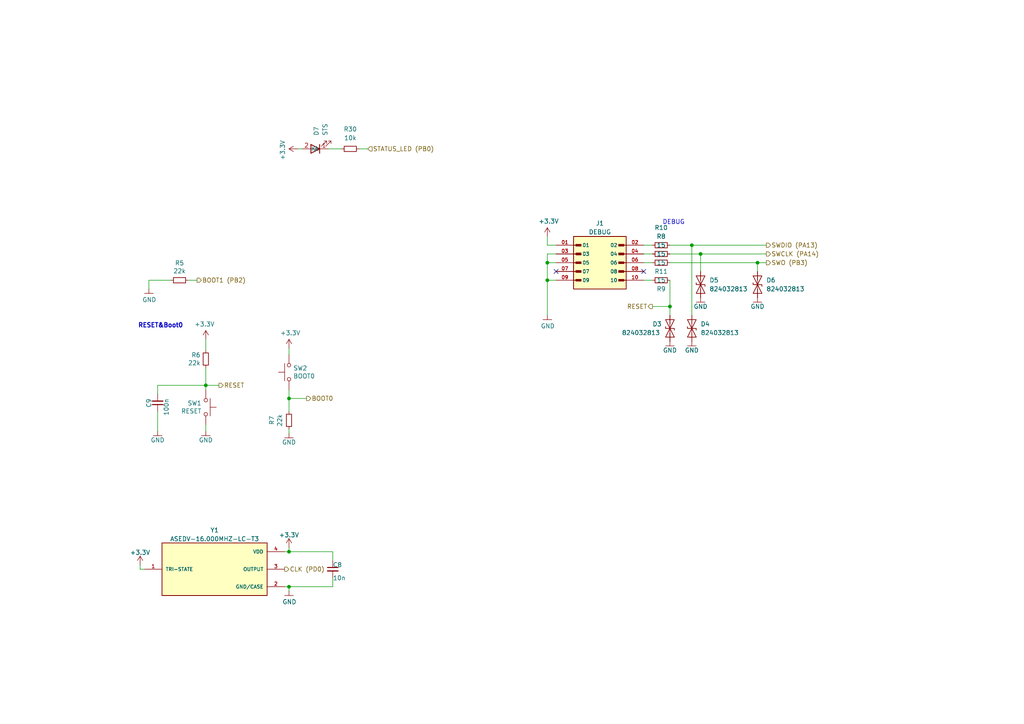
<source format=kicad_sch>
(kicad_sch (version 20230121) (generator eeschema)
  (paper "A4")
  (lib_symbols
    (symbol "CTM:GND" (power) (pin_names (offset 0))
      (property "Value" "GND" (at 0 -2.286 0))
      (symbol "GND_0_1"
        (polyline (pts (xy 0 0) (xy 0 -1.27) (xy -1.27 -1.27) (xy 1.27 -1.27) (xy 0 -1.27)))
      )
      (symbol "GND_1_1"
        (pin power_in line (at 0 0 270) (length 0) hide (name "GND") (number "1"))
      )
    )
    (symbol "CTM:R_Small" (pin_numbers hide) (pin_names (offset 0.254) hide)
      (property "Reference" "R" (at 0.762 0.508 0))
      (property "Value" "R_Small" (at 0.762 -1.016 0))
      (symbol "R_Small_0_1"
        (rectangle (start -0.762 1.778) (end 0.762 -1.778) (stroke (width 0.2032)))
      )
      (symbol "R_Small_1_1"
        (pin passive line (at 0 2.54 270) (length 0.762) (name "~") (number "1"))
        (pin passive line (at 0 -2.54 90) (length 0.762) (name "~") (number "2"))
      )
    )
    (symbol "Device:C_Small" (pin_numbers hide) (pin_names (offset 0.254) hide)
      (property "Reference" "C" (at 0.254 1.778 0))
      (property "Value" "C_Small" (at 0.254 -2.032 0))
      (symbol "C_Small_0_1"
        (polyline (pts (xy -1.524 -0.508) (xy 1.524 -0.508)) (stroke (width 0.3302)))
        (polyline (pts (xy -1.524 0.508) (xy 1.524 0.508)) (stroke (width 0.3048)))
      )
      (symbol "C_Small_1_1"
        (pin passive line (at 0 2.54 270) (length 2.032) (name "~") (number "1"))
        (pin passive line (at 0 -2.54 90) (length 2.032) (name "~") (number "2"))
      )
    )
    (symbol "Device:R_Small" (pin_numbers hide) (pin_names (offset 0.254) hide)
      (property "Reference" "R" (at 0.762 0.508 0))
      (property "Value" "R_Small" (at 0.762 -1.016 0))
      (symbol "R_Small_0_1"
        (rectangle (start -0.762 1.778) (end 0.762 -1.778) (stroke (width 0.2032)))
      )
      (symbol "R_Small_1_1"
        (pin passive line (at 0 2.54 270) (length 0.762) (name "~") (number "1"))
        (pin passive line (at 0 -2.54 90) (length 0.762) (name "~") (number "2"))
      )
    )
    (symbol "Switch:SW_Push" (pin_numbers hide) (pin_names (offset 1.016) hide)
      (property "Reference" "SW" (at 1.27 2.54 0))
      (property "Value" "SW_Push" (at 0 -1.524 0))
      (symbol "SW_Push_0_1"
        (circle (center -2.032 0) (radius 0.508))
        (polyline (pts (xy 0 1.27) (xy 0 3.048)))
        (polyline (pts (xy 2.54 1.27) (xy -2.54 1.27)))
        (circle (center 2.032 0) (radius 0.508))
        (pin passive line (at -5.08 0 0) (length 2.54) (name "1") (number "1"))
        (pin passive line (at 5.08 0 180) (length 2.54) (name "2") (number "2"))
      )
    )
    (symbol "ctm:62701020621" (pin_names (offset 2.5))
      (property "Reference" "J" (at -8.12 7.62 0))
      (property "Value" "62701020621" (at -7.62 -10.16 0))
      (symbol "62701020621_0_0"
        (rectangle (start -7.62 -7.62) (end 7.62 7.62) (stroke (width 0.254)) (fill (type background)))
        (rectangle (start -6.985 -5.3975) (end -5.3975 -4.7625) (stroke (width 0.1)) (fill (type outline)))
        (rectangle (start -6.985 -2.8575) (end -5.3975 -2.2225) (stroke (width 0.1)) (fill (type outline)))
        (rectangle (start -6.985 -0.3175) (end -5.3975 0.3175) (stroke (width 0.1)) (fill (type outline)))
        (rectangle (start -6.985 2.2225) (end -5.3975 2.8575) (stroke (width 0.1)) (fill (type outline)))
        (rectangle (start -6.985 4.7625) (end -5.3975 5.3975) (stroke (width 0.1)) (fill (type outline)))
        (polyline (pts (xy -7.62 -5.08) (xy -5.715 -5.08)) (stroke (width 0.254)))
        (polyline (pts (xy -7.62 -2.54) (xy -5.715 -2.54)) (stroke (width 0.254)))
        (polyline (pts (xy -7.62 0) (xy -5.715 0)) (stroke (width 0.254)))
        (polyline (pts (xy -7.62 2.54) (xy -5.715 2.54)) (stroke (width 0.254)))
        (polyline (pts (xy -7.62 5.08) (xy -5.715 5.08)) (stroke (width 0.254)))
        (polyline (pts (xy 7.62 -5.08) (xy 5.715 -5.08)) (stroke (width 0.254)))
        (polyline (pts (xy 7.62 -2.54) (xy 5.715 -2.54)) (stroke (width 0.254)))
        (polyline (pts (xy 7.62 0) (xy 5.715 0)) (stroke (width 0.254)))
        (polyline (pts (xy 7.62 2.54) (xy 5.715 2.54)) (stroke (width 0.254)))
        (polyline (pts (xy 7.62 5.08) (xy 5.715 5.08)) (stroke (width 0.254)))
        (rectangle (start 6.985 -5.3975) (end 5.3975 -4.7625) (stroke (width 0.1)) (fill (type outline)))
        (rectangle (start 6.985 -2.8575) (end 5.3975 -2.2225) (stroke (width 0.1)) (fill (type outline)))
        (rectangle (start 6.985 -0.3175) (end 5.3975 0.3175) (stroke (width 0.1)) (fill (type outline)))
        (rectangle (start 6.985 2.2225) (end 5.3975 2.8575) (stroke (width 0.1)) (fill (type outline)))
        (rectangle (start 6.985 4.7625) (end 5.3975 5.3975) (stroke (width 0.1)) (fill (type outline)))
        (pin passive line (at -12.7 5.08 0) (length 5.08) (name "01") (number "01"))
        (pin passive line (at 12.7 5.08 180) (length 5.08) (name "02") (number "02"))
        (pin passive line (at -12.7 2.54 0) (length 5.08) (name "03") (number "03"))
        (pin passive line (at 12.7 2.54 180) (length 5.08) (name "04") (number "04"))
        (pin passive line (at -12.7 0 0) (length 5.08) (name "05") (number "05"))
        (pin passive line (at 12.7 0 180) (length 5.08) (name "06") (number "06"))
        (pin passive line (at -12.7 -2.54 0) (length 5.08) (name "07") (number "07"))
        (pin passive line (at 12.7 -2.54 180) (length 5.08) (name "08") (number "08"))
        (pin passive line (at -12.7 -5.08 0) (length 5.08) (name "09") (number "09"))
        (pin passive line (at 12.7 -5.08 180) (length 5.08) (name "10") (number "10"))
      )
    )
    (symbol "ctm:824032813" (pin_numbers hide) (pin_names (offset 1.016) hide)
      (property "Reference" "D" (at 0 2.54 0))
      (property "Value" "824032813" (at 0 -2.54 0))
      (symbol "824032813_0_1"
        (polyline (pts (xy 1.27 0) (xy -1.27 0)))
        (polyline (pts (xy -2.54 -1.27) (xy 0 0) (xy -2.54 1.27) (xy -2.54 -1.27)) (stroke (width 0.2032)))
        (polyline (pts (xy 0.508 1.27) (xy 0 1.27) (xy 0 -1.27) (xy -0.508 -1.27)) (stroke (width 0.2032)))
        (polyline (pts (xy 2.54 1.27) (xy 2.54 -1.27) (xy 0 0) (xy 2.54 1.27)) (stroke (width 0.2032)))
      )
      (symbol "824032813_1_1"
        (pin passive line (at -3.81 0 0) (length 2.54) (name "A1") (number "1"))
        (pin passive line (at 3.81 0 180) (length 2.54) (name "A2") (number "2"))
      )
    )
    (symbol "ctm:ASEDV-16.000MHZ-LC-T3" (pin_names (offset 1.016))
      (property "Reference" "Y" (at -15.24 8.128 0))
      (property "Value" "ASEDV-16.000MHZ-LC-T3" (at -15.24 -10.16 0))
      (symbol "ASEDV-16.000MHZ-LC-T3_0_0"
        (rectangle (start -15.24 -7.62) (end 15.24 7.62) (stroke (width 0.254)) (fill (type background)))
        (pin passive line (at -20.32 0 0) (length 5.08) (name "TRI-STATE") (number "1"))
        (pin passive line (at 20.32 -5.08 180) (length 5.08) (name "GND/CASE") (number "2"))
        (pin output line (at 20.32 0 180) (length 5.08) (name "OUTPUT") (number "3"))
        (pin power_in line (at 20.32 5.08 180) (length 5.08) (name "VDD") (number "4"))
      )
    )
    (symbol "ctm:GND" (power) (pin_names (offset 0))
      (property "Value" "GND" (at 0 -2.286 0))
      (symbol "GND_0_1"
        (polyline (pts (xy 0 0) (xy 0 -1.27) (xy -1.27 -1.27) (xy 1.27 -1.27) (xy 0 -1.27)))
      )
      (symbol "GND_1_1"
        (pin power_in line (at 0 0 270) (length 0) hide (name "GND") (number "1"))
      )
    )
    (symbol "ctm:LED_Wuerth_Green" (pin_names (offset 1.016))
      (property "Reference" "D" (at 0 0 0))
      (property "Value" "LED_Wuerth_Green" (at 0 0 0))
      (symbol "LED_Wuerth_Green_1_1"
        (polyline (pts (xy -1.27 -3.81) (xy -1.27 -1.27)) (stroke (width 0.254)))
        (polyline (pts (xy -1.27 -2.54) (xy 1.27 -2.54)))
        (polyline (pts (xy 1.27 -3.81) (xy 1.27 -1.27) (xy -1.27 -2.54) (xy 1.27 -3.81)) (stroke (width 0.254)))
        (polyline (pts (xy -3.048 -3.302) (xy -4.572 -4.826) (xy -3.81 -4.826) (xy -4.572 -4.826) (xy -4.572 -4.064)))
        (polyline (pts (xy -1.778 -3.302) (xy -3.302 -4.826) (xy -2.54 -4.826) (xy -3.302 -4.826) (xy -3.302 -4.064)))
        (pin passive line (at -3.81 -2.54 0) (length 2.54) (name "K") (number "1"))
        (pin passive line (at 3.81 -2.54 180) (length 2.54) (name "A") (number "2"))
      )
    )
    (symbol "ctm:R_Small" (pin_numbers hide) (pin_names (offset 0.254) hide)
      (property "Reference" "R" (at 0.762 0.508 0))
      (property "Value" "R_Small" (at 0.762 -1.016 0))
      (symbol "R_Small_0_1"
        (rectangle (start -0.762 1.778) (end 0.762 -1.778) (stroke (width 0.2032)))
      )
      (symbol "R_Small_1_1"
        (pin passive line (at 0 2.54 270) (length 0.762) (name "~") (number "1"))
        (pin passive line (at 0 -2.54 90) (length 0.762) (name "~") (number "2"))
      )
    )
    (symbol "power:+3.3V" (power) (pin_names (offset 0))
      (property "Value" "+3.3V" (at 0 3.556 0))
      (symbol "+3.3V_0_1"
        (polyline (pts (xy -0.762 1.27) (xy 0 2.54)))
        (polyline (pts (xy 0 0) (xy 0 2.54)))
        (polyline (pts (xy 0 2.54) (xy 0.762 1.27)))
      )
      (symbol "+3.3V_1_1"
        (pin power_in line (at 0 0 90) (length 0) hide (name "+3.3V") (number "1"))
      )
    )
  )
  (junction (at 203.2 73.66))
  (junction (at 219.71 76.2))
  (junction (at 158.75 81.28))
  (junction (at 83.82 160.02))
  (junction (at 83.82 170.18))
  (junction (at 194.31 88.9))
  (junction (at 83.82 115.57))
  (junction (at 59.69 111.76))
  (junction (at 158.75 76.2))
  (junction (at 200.66 71.12))
  (no_connect (at 161.29 78.74))
  (no_connect (at 186.69 78.74))
  (wire (pts (xy 189.23 71.12) (xy 186.69 71.12)))
  (wire (pts (xy 203.2 73.66) (xy 194.31 73.66)))
  (wire (pts (xy 96.52 160.02) (xy 96.52 162.56)))
  (wire (pts (xy 219.71 76.2) (xy 219.71 78.74)))
  (wire (pts (xy 200.66 71.12) (xy 200.66 91.44)))
  (wire (pts (xy 82.55 160.02) (xy 83.82 160.02)))
  (wire (pts (xy 40.64 163.83) (xy 40.64 165.1)))
  (wire (pts (xy 158.75 91.44) (xy 158.75 81.28)))
  (wire (pts (xy 96.52 170.18) (xy 83.82 170.18)))
  (wire (pts (xy 43.18 81.28) (xy 43.18 83.82)))
  (wire (pts (xy 194.31 71.12) (xy 200.66 71.12)))
  (wire (pts (xy 194.31 76.2) (xy 219.71 76.2)))
  (wire (pts (xy 83.82 170.18) (xy 83.82 171.45)))
  (wire (pts (xy 158.75 76.2) (xy 161.29 76.2)))
  (wire (pts (xy 40.64 165.1) (xy 41.91 165.1)))
  (wire (pts (xy 189.23 81.28) (xy 186.69 81.28)))
  (wire (pts (xy 189.23 88.9) (xy 194.31 88.9)))
  (wire (pts (xy 83.82 100.965) (xy 83.82 102.87)))
  (wire (pts (xy 95.25 43.18) (xy 99.06 43.18)))
  (wire (pts (xy 219.71 76.2) (xy 222.25 76.2)))
  (wire (pts (xy 158.75 68.58) (xy 158.75 71.12)))
  (wire (pts (xy 194.31 88.9) (xy 194.31 81.28)))
  (wire (pts (xy 83.82 160.02) (xy 96.52 160.02)))
  (wire (pts (xy 59.69 125.095) (xy 59.69 123.19)))
  (wire (pts (xy 158.75 81.28) (xy 158.75 76.2)))
  (wire (pts (xy 83.82 113.03) (xy 83.82 115.57)))
  (wire (pts (xy 86.36 43.18) (xy 87.63 43.18)))
  (wire (pts (xy 54.61 81.28) (xy 57.15 81.28)))
  (wire (pts (xy 104.14 43.18) (xy 106.68 43.18)))
  (wire (pts (xy 45.72 125.095) (xy 45.72 119.38)))
  (wire (pts (xy 158.75 73.66) (xy 158.75 76.2)))
  (wire (pts (xy 49.53 81.28) (xy 43.18 81.28)))
  (wire (pts (xy 194.31 91.44) (xy 194.31 88.9)))
  (wire (pts (xy 158.75 71.12) (xy 161.29 71.12)))
  (wire (pts (xy 59.69 106.68) (xy 59.69 111.76)))
  (wire (pts (xy 59.69 111.76) (xy 63.5 111.76)))
  (wire (pts (xy 83.82 115.57) (xy 88.9 115.57)))
  (wire (pts (xy 83.82 124.46) (xy 83.82 125.73)))
  (wire (pts (xy 59.69 111.76) (xy 59.69 113.03)))
  (wire (pts (xy 59.69 98.425) (xy 59.69 101.6)))
  (wire (pts (xy 161.29 73.66) (xy 158.75 73.66)))
  (wire (pts (xy 83.82 115.57) (xy 83.82 119.38)))
  (wire (pts (xy 82.55 170.18) (xy 83.82 170.18)))
  (wire (pts (xy 83.82 160.02) (xy 83.82 158.75)))
  (wire (pts (xy 203.2 73.66) (xy 203.2 78.74)))
  (wire (pts (xy 59.69 111.76) (xy 45.72 111.76)))
  (wire (pts (xy 158.75 81.28) (xy 161.29 81.28)))
  (wire (pts (xy 189.23 73.66) (xy 186.69 73.66)))
  (wire (pts (xy 96.52 167.64) (xy 96.52 170.18)))
  (wire (pts (xy 203.2 73.66) (xy 222.25 73.66)))
  (wire (pts (xy 189.23 76.2) (xy 186.69 76.2)))
  (wire (pts (xy 45.72 114.3) (xy 45.72 111.76)))
  (wire (pts (xy 200.66 71.12) (xy 222.25 71.12)))
  (text "DEBUG" (at 192.151 65.278 0) (effects (font (size 1.27 1.27)) (justify left bottom)))
  (text "RESET&Boot0" (at 40.005 95.25 0) (effects (font (size 1.27 1.27) (thickness 0.254) bold) (justify left bottom)))
  (hierarchical_label "BOOT0" (shape output) (at 88.9 115.57 0))
  (hierarchical_label "RESET" (shape output) (at 63.5 111.76 0))
  (hierarchical_label "STATUS_LED (PB0)" (shape input) (at 106.68 43.18 0))
  (hierarchical_label "CLK (PD0)" (shape output) (at 82.55 165.1 0))
  (hierarchical_label "SWO (PB3)" (shape output) (at 222.25 76.2 0))
  (hierarchical_label "BOOT1 (PB2)" (shape output) (at 57.15 81.28 0))
  (hierarchical_label "RESET" (shape output) (at 189.23 88.9 180))
  (hierarchical_label "SWCLK (PA14)" (shape output) (at 222.25 73.66 0))
  (hierarchical_label "SWDIO (PA13)" (shape output) (at 222.25 71.12 0))
  (symbol (lib_id "ctm:824032813") (at 200.66 95.25 90) (unit 1)
    (property "Reference" "D4" (at 203.2 93.9799 90) (effects (justify right)))
    (property "Value" "824032813" (at 203.2 96.5199 90) (effects (justify right)))
    (property "Footprint" "ctm:824032815" (effects hide))
    (property "Datasheet" "${KICAD_CTM}\\datasheets\\824032813.pdf" (effects hide))
    (instances (project "Schematic Snippets" (path "" (reference "D4") (unit 1))) (project "Sensor_Node" (path "" (reference "D15") (unit 1))))
  )
  (symbol (lib_id "ctm:R_Small") (at 59.69 104.14 0) (mirror y) (unit 1)
    (property "Reference" "R6" (at 58.1914 102.9716 0) (effects (justify left)))
    (property "Value" "22k" (at 58.1914 105.283 0) (effects (justify left)))
    (property "Footprint" "Resistor_SMD:R_0805_2012Metric_Pad1.20x1.40mm_HandSolder" (effects hide))
    (instances (project "Schematic Snippets" (path "" (reference "R6") (unit 1))) (project "Sensor_Node" (path "" (reference "R15") (unit 1))))
  )
  (symbol (lib_id "Device:R_Small") (at 52.07 81.28 270) (unit 1)
    (property "Reference" "R5" (at 52.07 76.3016 90))
    (property "Value" "22k" (at 52.07 78.613 90))
    (property "Footprint" "Resistor_SMD:R_0805_2012Metric_Pad1.20x1.40mm_HandSolder" (effects hide))
    (instances (project "Schematic Snippets" (path "" (reference "R5") (unit 1))) (project "Sensor_Node" (path "" (reference "R14") (unit 1))))
  )
  (symbol (lib_id "ctm:LED_Wuerth_Green") (at 91.44 45.72 180) (unit 1)
    (property "Reference" "D7" (at 91.7575 39.37 90) (effects (justify right)))
    (property "Value" "STS" (at 94.2975 39.37 90) (effects (justify right)))
    (property "Footprint" "LED_SMD:LED_0805_2012Metric_Pad1.15x1.40mm_HandSolder" (effects hide))
    (property "Datasheet" "${KICAD_CTM}/datasheets/150080VS75000.pdf" (effects hide))
  )
  (symbol (lib_id "CTM:GND") (at 194.31 99.06 0) (unit 1)
    (property "Reference" "#PWR030" (effects hide))
    (property "Value" "GND" (at 194.31 101.6 0))
    (instances (project "Schematic Snippets" (path "" (reference "#PWR030") (unit 1))) (project "Sensor_Node" (path "" (reference "#PWR069") (unit 1))))
  )
  (symbol (lib_id "power:+3.3V") (at 40.64 163.83 0) (unit 1)
    (property "Reference" "#PWR018" (effects hide))
    (property "Value" "+3.3V" (at 40.64 160.2542 0))
    (instances (project "Schematic Snippets" (path "" (reference "#PWR018") (unit 1))) (project "Sensor_Node" (path "" (reference "#PWR0128") (unit 1))) (project "ele-Wheel-Hub-Sensors" (path "" (reference "#PWR0114") (unit 1))))
  )
  (symbol (lib_id "CTM:GND") (at 200.66 99.06 0) (unit 1)
    (property "Reference" "#PWR031" (effects hide))
    (property "Value" "GND" (at 200.66 101.6 0))
    (instances (project "Schematic Snippets" (path "" (reference "#PWR031") (unit 1))) (project "Sensor_Node" (path "" (reference "#PWR070") (unit 1))))
  )
  (symbol (lib_id "ctm:GND") (at 83.82 171.45 0) (unit 1)
    (property "Reference" "#PWR020" (effects hide))
    (property "Value" "GND" (at 83.947 174.5742 0))
    (instances (project "Schematic Snippets" (path "" (reference "#PWR020") (unit 1))) (project "Sensor_Node" (path "" (reference "#PWR0130") (unit 1))) (project "ele-Wheel-Hub-Sensors" (path "" (reference "#PWR0115") (unit 1))))
  )
  (symbol (lib_id "ctm:824032813") (at 219.71 82.55 90) (unit 1)
    (property "Reference" "D6" (at 222.25 81.2799 90) (effects (justify right)))
    (property "Value" "824032813" (at 222.25 83.8199 90) (effects (justify right)))
    (property "Footprint" "ctm:824032815" (effects hide))
    (property "Datasheet" "${KICAD_CTM}\\datasheets\\824032813.pdf" (effects hide))
    (instances (project "Schematic Snippets" (path "" (reference "D6") (unit 1))) (project "Sensor_Node" (path "" (reference "D17") (unit 1))))
  )
  (symbol (lib_id "power:+3.3V") (at 83.82 100.965 0) (unit 1)
    (property "Reference" "#PWR026" (effects hide))
    (property "Value" "+3.3V" (at 84.201 96.5708 0))
    (instances (project "Schematic Snippets" (path "" (reference "#PWR026") (unit 1))) (project "Sensor_Node" (path "" (reference "#PWR0112") (unit 1))))
  )
  (symbol (lib_id "power:+3.3V") (at 158.75 68.58 0) (unit 1)
    (property "Reference" "#PWR028" (effects hide))
    (property "Value" "+3.3V" (at 159.131 64.1858 0))
    (instances (project "Schematic Snippets" (path "" (reference "#PWR028") (unit 1))) (project "Sensor_Node" (path "" (reference "#PWR067") (unit 1))))
  )
  (symbol (lib_id "ctm:GND") (at 43.18 83.82 0) (unit 1)
    (property "Reference" "#PWR021" (effects hide))
    (property "Value" "GND" (at 43.307 86.9442 0))
    (instances (project "Schematic Snippets" (path "" (reference "#PWR021") (unit 1))) (project "Sensor_Node" (path "" (reference "#PWR0114") (unit 1))))
  )
  (symbol (lib_id "CTM:GND") (at 219.71 86.36 0) (unit 1)
    (property "Reference" "#PWR033" (effects hide))
    (property "Value" "GND" (at 219.71 88.9 0))
    (instances (project "Schematic Snippets" (path "" (reference "#PWR033") (unit 1))) (project "Sensor_Node" (path "" (reference "#PWR072") (unit 1))))
  )
  (symbol (lib_id "power:+3.3V") (at 83.82 158.75 0) (unit 1)
    (property "Reference" "#PWR019" (effects hide))
    (property "Value" "+3.3V" (at 83.82 155.1742 0))
    (instances (project "Schematic Snippets" (path "" (reference "#PWR019") (unit 1))) (project "Sensor_Node" (path "" (reference "#PWR0129") (unit 1))) (project "ele-Wheel-Hub-Sensors" (path "" (reference "#PWR0112") (unit 1))))
  )
  (symbol (lib_id "Device:R_Small") (at 191.77 81.28 270) (unit 1)
    (property "Reference" "R9" (at 191.77 83.82 90))
    (property "Value" "15" (at 191.77 81.28 90))
    (property "Footprint" "Resistor_SMD:R_0805_2012Metric_Pad1.20x1.40mm_HandSolder" (effects hide))
    (instances (project "Schematic Snippets" (path "" (reference "R9") (unit 1))) (project "Sensor_Node" (path "" (reference "R30") (unit 1))))
  )
  (symbol (lib_id "Device:C_Small") (at 96.52 165.1 0) (unit 1)
    (property "Reference" "C8" (at 96.52 163.83 0) (effects (justify left)))
    (property "Value" "10n" (at 96.52 167.64 0) (effects (justify left)))
    (property "Footprint" "Capacitor_SMD:C_0805_2012Metric_Pad1.18x1.45mm_HandSolder" (effects hide))
    (instances (project "Schematic Snippets" (path "" (reference "C8") (unit 1))) (project "Sensor_Node" (path "" (reference "C5") (unit 1))) (project "ele-Wheel-Hub-Sensors" (path "" (reference "C3") (unit 1))))
  )
  (symbol (lib_id "ctm:824032813") (at 194.31 95.25 90) (unit 1)
    (property "Reference" "D3" (at 189.23 93.98 90) (effects (justify right)))
    (property "Value" "824032813" (at 180.34 96.52 90) (effects (justify right)))
    (property "Footprint" "ctm:824032815" (effects hide))
    (property "Datasheet" "${KICAD_CTM}\\datasheets\\824032813.pdf" (effects hide))
    (instances (project "Schematic Snippets" (path "" (reference "D3") (unit 1))) (project "Sensor_Node" (path "" (reference "D14") (unit 1))))
  )
  (symbol (lib_id "power:+3.3V") (at 86.36 43.18 90) (mirror x) (unit 1)
    (property "Reference" "#PWR034" (effects hide))
    (property "Value" "+3.3V" (at 81.9658 43.561 0))
    (instances (project "Schematic Snippets" (path "" (reference "#PWR034") (unit 1))) (project "Sensor_Node" (path "" (reference "#PWR0113") (unit 1))))
  )
  (symbol (lib_id "Switch:SW_Push") (at 83.82 107.95 90) (unit 1)
    (property "Reference" "SW2" (at 85.0392 106.7816 90) (effects (justify right)))
    (property "Value" "BOOT0" (at 85.0392 109.093 90) (effects (justify right)))
    (property "Footprint" "ctm:434121025816" (effects hide))
  )
  (symbol (lib_id "Switch:SW_Push") (at 59.69 118.11 270) (mirror x) (unit 1)
    (property "Reference" "SW1" (at 58.4708 116.9416 90) (effects (justify right)))
    (property "Value" "RESET" (at 58.4708 119.253 90) (effects (justify right)))
    (property "Footprint" "ctm:434121025816" (effects hide))
  )
  (symbol (lib_id "Device:R_Small") (at 191.77 76.2 270) (unit 1)
    (property "Reference" "R11" (at 191.77 78.74 90))
    (property "Value" "15" (at 191.77 76.2 90))
    (property "Footprint" "Resistor_SMD:R_0805_2012Metric_Pad1.20x1.40mm_HandSolder" (effects hide))
    (instances (project "Schematic Snippets" (path "" (reference "R11") (unit 1))) (project "Sensor_Node" (path "" (reference "R33") (unit 1))))
  )
  (symbol (lib_id "ctm:824032813") (at 203.2 82.55 90) (unit 1)
    (property "Reference" "D5" (at 205.74 81.2799 90) (effects (justify right)))
    (property "Value" "824032813" (at 205.74 83.8199 90) (effects (justify right)))
    (property "Footprint" "ctm:824032815" (effects hide))
    (property "Datasheet" "${KICAD_CTM}\\datasheets\\824032813.pdf" (effects hide))
    (instances (project "Schematic Snippets" (path "" (reference "D5") (unit 1))) (project "Sensor_Node" (path "" (reference "D16") (unit 1))))
  )
  (symbol (lib_id "Device:R_Small") (at 191.77 71.12 270) (unit 1)
    (property "Reference" "R10" (at 191.77 66.04 90))
    (property "Value" "15" (at 191.77 71.12 90))
    (property "Footprint" "Resistor_SMD:R_0805_2012Metric_Pad1.20x1.40mm_HandSolder" (effects hide))
    (instances (project "Schematic Snippets" (path "" (reference "R10") (unit 1))) (project "Sensor_Node" (path "" (reference "R32") (unit 1))))
  )
  (symbol (lib_id "Device:R_Small") (at 83.82 121.92 0) (unit 1)
    (property "Reference" "R7" (at 78.8416 121.92 90))
    (property "Value" "22k" (at 81.153 121.92 90))
    (property "Footprint" "Resistor_SMD:R_0805_2012Metric_Pad1.20x1.40mm_HandSolder" (effects hide))
    (instances (project "Schematic Snippets" (path "" (reference "R7") (unit 1))) (project "Sensor_Node" (path "" (reference "R16") (unit 1))))
  )
  (symbol (lib_id "ctm:GND") (at 59.69 125.095 0) (mirror y) (unit 1)
    (property "Reference" "#PWR024" (effects hide))
    (property "Value" "GND" (at 59.69 127.635 0))
    (instances (project "Schematic Snippets" (path "" (reference "#PWR024") (unit 1))) (project "Sensor_Node" (path "" (reference "#PWR0115") (unit 1))))
  )
  (symbol (lib_id "ctm:ASEDV-16.000MHZ-LC-T3") (at 62.23 165.1 0) (unit 1)
    (property "Reference" "Y1" (at 62.23 153.7802 0))
    (property "Value" "ASEDV-16.000MHZ-LC-T3" (at 62.23 156.3171 0))
    (property "Footprint" "ctm:XTAL_ASEDV-16.000MHZ-LC-T3" (effects hide))
    (property "Datasheet" "${KICAD_CTM}/datasheets/ASEDV-3073640.pdf" (effects hide))
    (property "PARTREV" "01-11-22" (effects hide))
    (property "MANUFACTURER" "Abracon" (effects hide))
    (property "SNAPEDA_PN" "ASEDV-16.000MHZ-LC-T3" (effects hide))
    (property "STANDARD" "Manufacturer Recommendations" (effects hide))
    (property "MAXIMUM_PACKAGE_HEIGHT" "1.2 mm" (effects hide))
  )
  (symbol (lib_id "power:+3.3V") (at 59.69 98.425 0) (mirror y) (unit 1)
    (property "Reference" "#PWR023" (effects hide))
    (property "Value" "+3.3V" (at 59.309 94.0308 0))
    (instances (project "Schematic Snippets" (path "" (reference "#PWR023") (unit 1))) (project "Sensor_Node" (path "" (reference "#PWR0113") (unit 1))))
  )
  (symbol (lib_id "CTM:GND") (at 203.2 86.36 0) (unit 1)
    (property "Reference" "#PWR032" (effects hide))
    (property "Value" "GND" (at 203.2 88.9 0))
    (instances (project "Schematic Snippets" (path "" (reference "#PWR032") (unit 1))) (project "Sensor_Node" (path "" (reference "#PWR071") (unit 1))))
  )
  (symbol (lib_id "ctm:GND") (at 83.82 125.73 0) (unit 1)
    (property "Reference" "#PWR027" (effects hide))
    (property "Value" "GND" (at 83.82 128.27 0))
    (instances (project "Schematic Snippets" (path "" (reference "#PWR027") (unit 1))) (project "Sensor_Node" (path "" (reference "#PWR0111") (unit 1))))
  )
  (symbol (lib_id "ctm:GND") (at 158.75 91.44 0) (unit 1)
    (property "Reference" "#PWR029" (effects hide))
    (property "Value" "GND" (at 158.877 94.5642 0))
    (instances (project "Schematic Snippets" (path "" (reference "#PWR029") (unit 1))) (project "Sensor_Node" (path "" (reference "#PWR068") (unit 1))))
  )
  (symbol (lib_id "Device:C_Small") (at 45.72 116.84 0) (mirror x) (unit 1)
    (property "Reference" "C9" (at 43.18 115.57 90) (effects (justify left)))
    (property "Value" "100n" (at 48.26 115.57 90) (effects (justify left)))
    (property "Footprint" "Capacitor_SMD:C_0805_2012Metric_Pad1.18x1.45mm_HandSolder" (effects hide))
    (property "Bestellnr." "885012206071" (effects hide))
    (property "Shop" "www.we-online.com" (effects hide))
    (instances (project "Schematic Snippets" (path "" (reference "C9") (unit 1))) (project "Sensor_Node" (path "" (reference "C6") (unit 1))))
  )
  (symbol (lib_id "ctm:GND") (at 45.72 125.095 0) (mirror y) (unit 1)
    (property "Reference" "#PWR025" (effects hide))
    (property "Value" "GND" (at 45.72 127.635 0))
    (instances (project "Schematic Snippets" (path "" (reference "#PWR025") (unit 1))) (project "Sensor_Node" (path "" (reference "#PWR0116") (unit 1))))
  )
  (symbol (lib_id "CTM:R_Small") (at 101.6 43.18 270) (unit 1)
    (property "Reference" "R30" (at 101.6 37.465 90))
    (property "Value" "10k" (at 101.6 40.005 90))
    (property "Footprint" "Resistor_SMD:R_0805_2012Metric_Pad1.20x1.40mm_HandSolder" (effects hide))
    (instances (project "switchbox_pcb" (path "" (reference "R30") (unit 1)) (path "" (reference "R1") (unit 1))) (project "Schematic Snippets" (path "" (reference "R3") (unit 1)) (path "" (reference "R12") (unit 1))) (project "Sensor_Node" (path "" (reference "R3") (unit 1))) (project "Inv_PowerCycling" (path "" (reference "R17") (unit 1))))
  )
  (symbol (lib_id "ctm:62701020621") (at 173.99 76.2 0) (unit 1)
    (property "Reference" "J1" (at 173.99 64.77 0))
    (property "Value" "DEBUG" (at 173.99 67.31 0))
    (property "Footprint" "ctm:62731020621" (effects hide))
    (property "Datasheet" "${KICAD_CTM}/datasheets/62701020621.pdf" (effects hide))
  )
  (symbol (lib_id "Device:R_Small") (at 191.77 73.66 270) (unit 1)
    (property "Reference" "R8" (at 191.77 68.58 90))
    (property "Value" "15" (at 191.77 73.66 90))
    (property "Footprint" "Resistor_SMD:R_0805_2012Metric_Pad1.20x1.40mm_HandSolder" (effects hide))
    (instances (project "Schematic Snippets" (path "" (reference "R8") (unit 1))) (project "Sensor_Node" (path "" (reference "R31") (unit 1))))
  )
)
</source>
